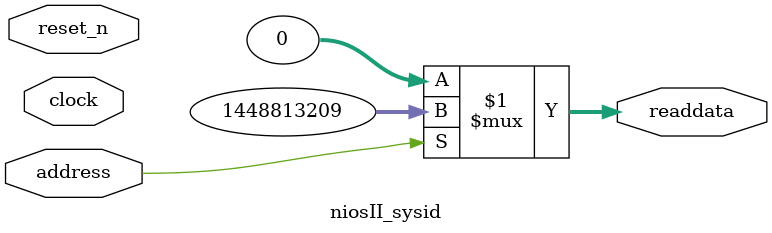
<source format=v>

`timescale 1ns / 1ps
// synthesis translate_on

// turn off superfluous verilog processor warnings 
// altera message_level Level1 
// altera message_off 10034 10035 10036 10037 10230 10240 10030 

module niosII_sysid (
               // inputs:
                address,
                clock,
                reset_n,

               // outputs:
                readdata
             )
;

  output  [ 31: 0] readdata;
  input            address;
  input            clock;
  input            reset_n;

  wire    [ 31: 0] readdata;
  //control_slave, which is an e_avalon_slave
  assign readdata = address ? 1448813209 : 0;

endmodule




</source>
